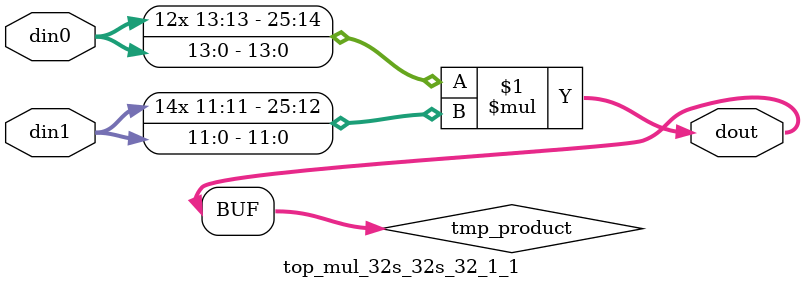
<source format=v>

`timescale 1 ns / 1 ps

  module top_mul_32s_32s_32_1_1(din0, din1, dout);
parameter ID = 1;
parameter NUM_STAGE = 0;
parameter din0_WIDTH = 14;
parameter din1_WIDTH = 12;
parameter dout_WIDTH = 26;

input [din0_WIDTH - 1 : 0] din0; 
input [din1_WIDTH - 1 : 0] din1; 
output [dout_WIDTH - 1 : 0] dout;

wire signed [dout_WIDTH - 1 : 0] tmp_product;













assign tmp_product = $signed(din0) * $signed(din1);








assign dout = tmp_product;







endmodule

</source>
